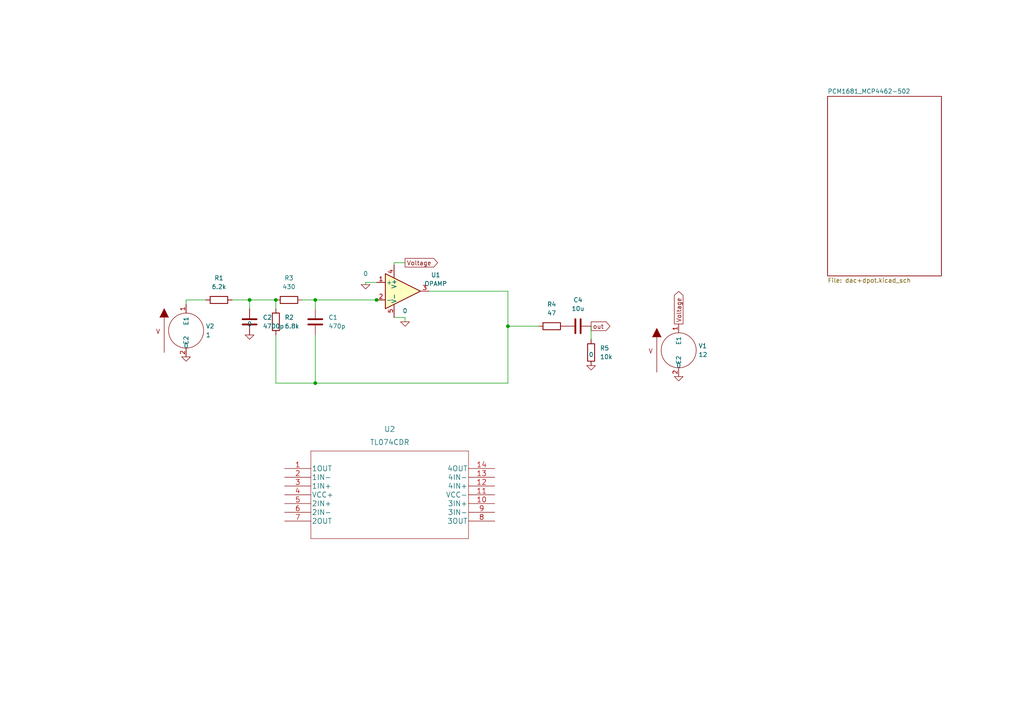
<source format=kicad_sch>
(kicad_sch (version 20211123) (generator eeschema)
  (paper "A4")
  (lib_symbols
    (symbol "2023-01-31_03-10-03:TL074CDR" (pin_names (offset 0.254))
      (property "Reference" "U" (at 30.48 10.16 0))
      (property "Value" "TL074CDR" (at 30.48 7.62 0))
      (symbol "TL074CDR_1_1"
        (polyline (pts (xy 7.62 -20.32) (xy 53.34 -20.32)) (stroke (width 0.127)))
        (polyline (pts (xy 7.62 5.08) (xy 7.62 -20.32)) (stroke (width 0.127)))
        (polyline (pts (xy 53.34 -20.32) (xy 53.34 5.08)) (stroke (width 0.127)))
        (polyline (pts (xy 53.34 5.08) (xy 7.62 5.08)) (stroke (width 0.127)))
        (pin output line (at 0 0 0) (length 7.62) (name "1OUT") (number "1"))
        (pin input line (at 60.96 -10.16 180) (length 7.62) (name "3IN+") (number "10"))
        (pin power_in line (at 60.96 -7.62 180) (length 7.62) (name "VCC-") (number "11"))
        (pin input line (at 60.96 -5.08 180) (length 7.62) (name "4IN+") (number "12"))
        (pin input line (at 60.96 -2.54 180) (length 7.62) (name "4IN-") (number "13"))
        (pin output line (at 60.96 0 180) (length 7.62) (name "4OUT") (number "14"))
        (pin input line (at 0 -2.54 0) (length 7.62) (name "1IN-") (number "2"))
        (pin input line (at 0 -5.08 0) (length 7.62) (name "1IN+") (number "3"))
        (pin power_in line (at 0 -7.62 0) (length 7.62) (name "VCC+") (number "4"))
        (pin input line (at 0 -10.16 0) (length 7.62) (name "2IN+") (number "5"))
        (pin input line (at 0 -12.7 0) (length 7.62) (name "2IN-") (number "6"))
        (pin output line (at 0 -15.24 0) (length 7.62) (name "2OUT") (number "7"))
        (pin output line (at 60.96 -15.24 180) (length 7.62) (name "3OUT") (number "8"))
        (pin input line (at 60.96 -12.7 180) (length 7.62) (name "3IN-") (number "9"))
      )
    )
    (symbol "Device:C" (pin_numbers hide) (pin_names (offset 0.254))
      (property "Reference" "C" (at 0.635 2.54 0))
      (property "Value" "C" (at 0.635 -2.54 0))
      (symbol "C_0_1"
        (polyline (pts (xy -2.032 -0.762) (xy 2.032 -0.762)) (stroke (width 0.508)))
        (polyline (pts (xy -2.032 0.762) (xy 2.032 0.762)) (stroke (width 0.508)))
      )
      (symbol "C_1_1"
        (pin passive line (at 0 3.81 270) (length 2.794) (name "~") (number "1"))
        (pin passive line (at 0 -3.81 90) (length 2.794) (name "~") (number "2"))
      )
    )
    (symbol "Device:R" (pin_numbers hide) (pin_names (offset 0))
      (property "Reference" "R" (at 2.032 0 90))
      (property "Value" "R" (at 0 0 90))
      (symbol "R_0_1"
        (rectangle (start -1.016 -2.54) (end 1.016 2.54) (stroke (width 0.254)))
      )
      (symbol "R_1_1"
        (pin passive line (at 0 3.81 270) (length 1.27) (name "~") (number "1"))
        (pin passive line (at 0 -3.81 90) (length 1.27) (name "~") (number "2"))
      )
    )
    (symbol "Simulation_SPICE:OPAMP" (pin_names (offset 0.254))
      (property "Reference" "U" (at 3.81 3.175 0))
      (property "Value" "OPAMP" (at 3.81 -3.175 0))
      (symbol "OPAMP_0_1"
        (polyline (pts (xy 5.08 0) (xy -5.08 5.08) (xy -5.08 -5.08) (xy 5.08 0)) (stroke (width 0.254)) (fill (type background)))
      )
      (symbol "OPAMP_1_1"
        (pin input line (at -7.62 2.54 0) (length 2.54) (name "+") (number "1"))
        (pin input line (at -7.62 -2.54 0) (length 2.54) (name "-") (number "2"))
        (pin output line (at 7.62 0 180) (length 2.54) (name "~") (number "3"))
        (pin power_in line (at -2.54 7.62 270) (length 3.81) (name "V+") (number "4"))
        (pin power_in line (at -2.54 -7.62 90) (length 3.81) (name "V-") (number "5"))
      )
    )
    (symbol "pspice:0" (power) (pin_names (offset 0))
      (property "Value" "0" (at 0 -1.778 0))
      (symbol "0_0_1"
        (polyline (pts (xy -1.27 0) (xy 0 -1.27) (xy 1.27 0) (xy -1.27 0)))
      )
      (symbol "0_1_1"
        (pin power_in line (at 0 0 0) (length 0) hide (name "0") (number "1"))
      )
    )
    (symbol "pspice:VSOURCE" (pin_names (offset 1.016))
      (property "Reference" "V" (at -6.35 7.62 0))
      (property "Value" "VSOURCE" (at 0 0 0))
      (symbol "VSOURCE_0_1"
        (polyline (pts (xy -6.35 -6.35) (xy -6.35 3.81)) (fill (type outline)))
        (polyline (pts (xy -7.62 3.81) (xy -6.35 6.35) (xy -5.08 3.81)) (fill (type outline)))
        (circle (center 0 0) (radius 5.08))
        (text "V" (at -8.128 -0.254 0) (effects (font (size 1.27 1.27))))
      )
      (symbol "VSOURCE_1_1"
        (pin input line (at 0 7.62 270) (length 2.54) (name "E1") (number "1"))
        (pin input line (at 0 -7.62 90) (length 2.54) (name "E2") (number "2"))
      )
    )
  )
  (junction (at 91.44 111.125))
  (junction (at 91.44 86.995))
  (junction (at 109.22 86.995))
  (junction (at 80.01 86.995))
  (junction (at 147.32 94.615))
  (junction (at 72.39 86.995))
  (wire (pts (xy 67.31 86.995) (xy 72.39 86.995)))
  (wire (pts (xy 72.39 86.995) (xy 80.01 86.995)))
  (wire (pts (xy 91.44 86.995) (xy 91.44 89.535)))
  (wire (pts (xy 156.21 94.615) (xy 147.32 94.615)))
  (wire (pts (xy 117.475 92.075) (xy 117.475 93.345)))
  (wire (pts (xy 53.975 88.265) (xy 53.975 86.995)))
  (wire (pts (xy 80.01 111.125) (xy 91.44 111.125)))
  (wire (pts (xy 109.22 86.995) (xy 109.855 86.995)))
  (wire (pts (xy 117.475 76.2) (xy 114.3 76.2)))
  (wire (pts (xy 114.3 92.075) (xy 117.475 92.075)))
  (wire (pts (xy 80.01 86.995) (xy 80.01 89.535)))
  (wire (pts (xy 124.46 84.455) (xy 147.32 84.455)))
  (wire (pts (xy 106.045 81.915) (xy 109.22 81.915)))
  (wire (pts (xy 114.3 76.2) (xy 114.3 76.835)))
  (wire (pts (xy 87.63 86.995) (xy 91.44 86.995)))
  (wire (pts (xy 91.44 111.125) (xy 147.32 111.125)))
  (wire (pts (xy 106.045 82.55) (xy 106.045 81.915)))
  (wire (pts (xy 147.32 84.455) (xy 147.32 94.615)))
  (wire (pts (xy 91.44 86.995) (xy 109.22 86.995)))
  (wire (pts (xy 171.45 94.615) (xy 171.45 98.425)))
  (wire (pts (xy 80.01 97.155) (xy 80.01 111.125)))
  (wire (pts (xy 72.39 86.995) (xy 72.39 89.535)))
  (wire (pts (xy 53.975 86.995) (xy 59.69 86.995)))
  (wire (pts (xy 147.32 94.615) (xy 147.32 111.125)))
  (wire (pts (xy 91.44 97.155) (xy 91.44 111.125)))
  (global_label "Voltage" (shape output) (at 196.85 93.98 90) (property "Intersheet References" "${INTERSHEET_REFS}" (effects hide)))
  (global_label "out" (shape output) (at 171.45 94.615 0) (property "Intersheet References" "${INTERSHEET_REFS}" (effects hide)))
  (global_label "Voltage" (shape output) (at 117.475 76.2 0) (property "Intersheet References" "${INTERSHEET_REFS}" (effects hide)))
  (symbol (lib_id "pspice:VSOURCE") (at 53.975 95.885 0) (unit 1)
    (property "Reference" "V2" (at 59.69 94.6149 0) (effects (justify left)))
    (property "Value" "1" (at 59.69 97.1549 0) (effects (justify left)))
    (property "Spice_Primitive" "V" (effects hide))
    (property "Spice_Model" "dc 50 ac 3" (effects hide))
    (property "Spice_Netlist_Enabled" "Y" (effects hide))
  )
  (symbol (lib_id "Device:C") (at 91.44 93.345 0) (unit 1)
    (property "Reference" "C1" (at 95.25 92.0749 0) (effects (justify left)))
    (property "Value" "470p" (at 95.25 94.6149 0) (effects (justify left)))
    (property "Spice_Primitive" "C" (effects hide))
    (property "Spice_Model" "470p" (effects hide))
    (property "Spice_Netlist_Enabled" "Y" (effects hide))
  )
  (symbol (lib_id "Device:R") (at 160.02 94.615 90) (unit 1)
    (property "Reference" "R4" (at 160.02 88.265 90))
    (property "Value" "47" (at 160.02 90.805 90))
    (property "Spice_Primitive" "R" (effects hide))
    (property "Spice_Model" "47" (effects hide))
    (property "Spice_Netlist_Enabled" "Y" (effects hide))
  )
  (symbol (lib_id "pspice:0") (at 117.475 93.345 0) (unit 1)
    (property "Reference" "#GND0103" (effects hide))
    (property "Value" "0" (at 117.475 90.17 0))
  )
  (symbol (lib_id "pspice:0") (at 72.39 97.155 0) (unit 1)
    (property "Reference" "#GND0101" (effects hide))
    (property "Value" "0" (at 72.39 93.98 0))
  )
  (symbol (lib_id "Device:R") (at 83.82 86.995 90) (unit 1)
    (property "Reference" "R3" (at 83.82 80.645 90))
    (property "Value" "430" (at 83.82 83.185 90))
    (property "Spice_Primitive" "R" (effects hide))
    (property "Spice_Model" "430" (effects hide))
    (property "Spice_Netlist_Enabled" "Y" (effects hide))
  )
  (symbol (lib_id "Device:C") (at 167.64 94.615 90) (unit 1)
    (property "Reference" "C4" (at 167.64 86.995 90))
    (property "Value" "10u" (at 167.64 89.535 90))
    (property "Spice_Primitive" "C" (effects hide))
    (property "Spice_Model" "10u" (effects hide))
    (property "Spice_Netlist_Enabled" "Y" (effects hide))
  )
  (symbol (lib_id "pspice:0") (at 196.85 109.22 0) (unit 1)
    (property "Reference" "#GND0105" (effects hide))
    (property "Value" "0" (at 196.85 106.045 0))
  )
  (symbol (lib_id "pspice:VSOURCE") (at 196.85 101.6 0) (unit 1)
    (property "Reference" "V1" (at 202.565 100.3299 0) (effects (justify left)))
    (property "Value" "100" (at 202.565 102.8699 0) (effects (justify left)))
    (property "Spice_Primitive" "V" (effects hide))
    (property "Spice_Model" "dc 12" (effects hide))
    (property "Spice_Netlist_Enabled" "Y" (effects hide))
  )
  (symbol (lib_id "pspice:0") (at 53.975 103.505 0) (unit 1)
    (property "Reference" "#GND0102" (effects hide))
    (property "Value" "0" (at 53.975 100.33 0))
  )
  (symbol (lib_id "Device:R") (at 171.45 102.235 180) (unit 1)
    (property "Reference" "R5" (at 173.99 100.9649 0) (effects (justify right)))
    (property "Value" "10k" (at 173.99 103.5049 0) (effects (justify right)))
  )
  (symbol (lib_id "Device:C") (at 72.39 93.345 0) (unit 1)
    (property "Reference" "C2" (at 76.2 92.0749 0) (effects (justify left)))
    (property "Value" "4700p" (at 76.2 94.6149 0) (effects (justify left)))
    (property "Spice_Primitive" "C" (effects hide))
    (property "Spice_Model" "4700p" (effects hide))
    (property "Spice_Netlist_Enabled" "Y" (effects hide))
  )
  (symbol (lib_id "pspice:0") (at 171.45 106.045 0) (unit 1)
    (property "Reference" "#GND0104" (effects hide))
    (property "Value" "0" (at 171.45 102.87 0))
  )
  (symbol (lib_id "Simulation_SPICE:OPAMP") (at 116.84 84.455 0) (unit 1)
    (property "Reference" "U1" (at 126.365 79.756 0))
    (property "Value" "OPAMP" (at 126.365 82.296 0))
    (property "Spice_Netlist_Enabled" "Y" (effects hide))
    (property "Spice_Primitive" "X" (effects hide))
    (property "Spice_Model" "AD8630" (effects hide))
    (property "Spice_Lib_File" "C:\\Users\\zachd\\Downloads\\AD8630.cir" (effects hide))
  )
  (symbol (lib_id "Device:R") (at 80.01 93.345 180) (unit 1)
    (property "Reference" "R2" (at 82.55 92.0749 0) (effects (justify right)))
    (property "Value" "6.8k" (at 82.55 94.6149 0) (effects (justify right)))
    (property "Spice_Primitive" "R" (effects hide))
    (property "Spice_Model" "6.8k" (effects hide))
    (property "Spice_Netlist_Enabled" "Y" (effects hide))
  )
  (symbol (lib_id "pspice:0") (at 106.045 82.55 0) (unit 1)
    (property "Reference" "#GND0106" (effects hide))
    (property "Value" "0" (at 106.045 79.375 0))
  )
  (symbol (lib_id "Device:R") (at 63.5 86.995 90) (unit 1)
    (property "Reference" "R1" (at 63.5 80.645 90))
    (property "Value" "6.2k" (at 63.5 83.185 90))
    (property "Spice_Primitive" "R" (effects hide))
    (property "Spice_Model" "6.2k" (effects hide))
    (property "Spice_Netlist_Enabled" "Y" (effects hide))
  )
  (symbol (lib_id "2023-01-31_03-10-03:TL074CDR") (at 82.55 135.89 0) (unit 1)
    (property "Reference" "U2" (at 113.03 124.46 0) (effects (font (size 1.524 1.524))))
    (property "Value" "TL074CDR" (at 113.03 128.27 0) (effects (font (size 1.524 1.524))))
    (property "Footprint" "D14" (effects hide))
  )
  (sheet (at 240.03 27.94) (size 33.02 52.07) (stroke (width 0.1524))
    (property "Sheet name" "PCM1681_MCP4462-502" (at 240.03 27.2284 0) (effects (justify left bottom)))
    (property "Sheet file" "dac+dpot.kicad_sch" (at 240.03 80.5946 0) (effects (justify left top)))
  )
)
</source>
